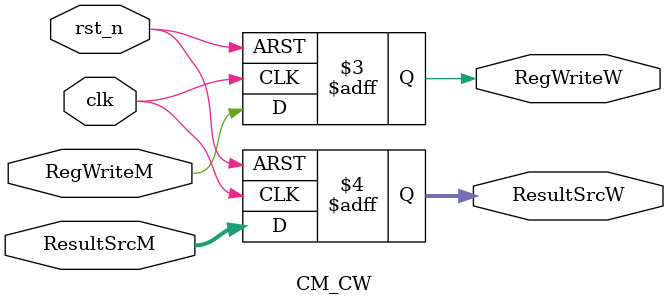
<source format=sv>
module CM_CW (
    input  logic        clk,
    input  logic        rst_n,

    input  logic        RegWriteM,
    input  logic [1:0]  ResultSrcM,

    output logic        RegWriteW,
    output logic [1:0]  ResultSrcW
);

    always_ff @(posedge clk or negedge rst_n) begin
        if (!rst_n) begin
            RegWriteW  <= '0;
            ResultSrcW <= '0;
        end else begin
            RegWriteW  <= RegWriteM;
            ResultSrcW <= ResultSrcM;
        end
    end

endmodule
</source>
